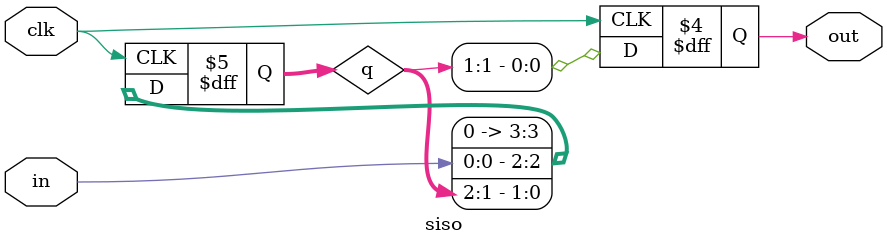
<source format=v>
`timescale 1ns / 1ps
module siso(
    input in,
    input clk,
    output reg out
    );

	reg [3:0] q;
	initial
		q = 0;
	always@ (negedge clk) begin
		q[3] = in;
		q = q >> 1;
		out = q[0];
	end

endmodule

</source>
